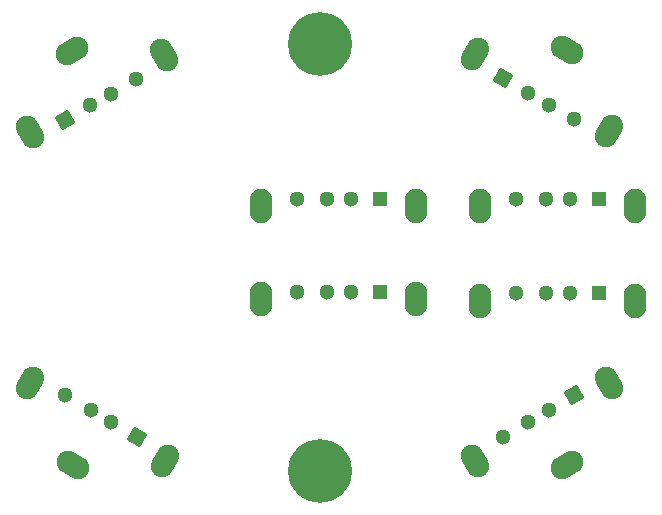
<source format=gbr>
G04 #@! TF.GenerationSoftware,KiCad,Pcbnew,6.0.2+dfsg-1*
G04 #@! TF.CreationDate,2022-06-20T22:27:53-04:00*
G04 #@! TF.ProjectId,RPI4_USB_WigleBottle_v2,52504934-5f55-4534-925f-5769676c6542,rev?*
G04 #@! TF.SameCoordinates,Original*
G04 #@! TF.FileFunction,Soldermask,Bot*
G04 #@! TF.FilePolarity,Negative*
%FSLAX46Y46*%
G04 Gerber Fmt 4.6, Leading zero omitted, Abs format (unit mm)*
G04 Created by KiCad (PCBNEW 6.0.2+dfsg-1) date 2022-06-20 22:27:53*
%MOMM*%
%LPD*%
G01*
G04 APERTURE LIST*
G04 Aperture macros list*
%AMHorizOval*
0 Thick line with rounded ends*
0 $1 width*
0 $2 $3 position (X,Y) of the first rounded end (center of the circle)*
0 $4 $5 position (X,Y) of the second rounded end (center of the circle)*
0 Add line between two ends*
20,1,$1,$2,$3,$4,$5,0*
0 Add two circle primitives to create the rounded ends*
1,1,$1,$2,$3*
1,1,$1,$4,$5*%
%AMRotRect*
0 Rectangle, with rotation*
0 The origin of the aperture is its center*
0 $1 length*
0 $2 width*
0 $3 Rotation angle, in degrees counterclockwise*
0 Add horizontal line*
21,1,$1,$2,0,0,$3*%
G04 Aperture macros list end*
%ADD10RotRect,1.300000X1.300000X30.000000*%
%ADD11C,1.300000*%
%ADD12HorizOval,1.900000X-0.250000X0.433013X0.250000X-0.433013X0*%
%ADD13HorizOval,1.900000X0.433013X0.250000X-0.433013X-0.250000X0*%
%ADD14RotRect,1.300000X1.300000X210.000000*%
%ADD15HorizOval,1.900000X-0.433013X-0.250000X0.433013X0.250000X0*%
%ADD16O,1.900000X2.900000*%
%ADD17R,1.300000X1.300000*%
%ADD18RotRect,1.300000X1.300000X150.000000*%
%ADD19HorizOval,1.900000X-0.433013X0.250000X0.433013X-0.250000X0*%
%ADD20HorizOval,1.900000X-0.250000X-0.433013X0.250000X0.433013X0*%
%ADD21HorizOval,1.900000X0.250000X0.433013X-0.250000X-0.433013X0*%
%ADD22RotRect,1.300000X1.300000X330.000000*%
%ADD23C,0.800000*%
%ADD24C,5.400000*%
G04 APERTURE END LIST*
D10*
X59487711Y-87403651D03*
D11*
X61652775Y-86153651D03*
X63384825Y-85153651D03*
X65549889Y-83903651D03*
D12*
X67908587Y-81849036D03*
D13*
X60128800Y-81514049D03*
D12*
X56529013Y-88419036D03*
D14*
X102615089Y-110687730D03*
D11*
X100450025Y-111937730D03*
X98717975Y-112937730D03*
X96552911Y-114187730D03*
D15*
X101974000Y-116577332D03*
D12*
X94194213Y-116242345D03*
X105573787Y-109672345D03*
D16*
X89247000Y-102549000D03*
X76107000Y-102549000D03*
D11*
X79177000Y-101949000D03*
X81677000Y-101949000D03*
X83677000Y-101949000D03*
D17*
X86177000Y-101949000D03*
X86177000Y-94075000D03*
D11*
X83677000Y-94075000D03*
X81677000Y-94075000D03*
X79177000Y-94075000D03*
D16*
X89247000Y-94675000D03*
X76107000Y-94675000D03*
D17*
X104719000Y-102076000D03*
D11*
X102219000Y-102076000D03*
X100219000Y-102076000D03*
X97719000Y-102076000D03*
D16*
X107789000Y-102676000D03*
X94649000Y-102676000D03*
D17*
X104719000Y-94075000D03*
D11*
X102219000Y-94075000D03*
X100219000Y-94075000D03*
X97719000Y-94075000D03*
D16*
X107789000Y-94675000D03*
X94649000Y-94675000D03*
D18*
X65589989Y-114187730D03*
D11*
X63424925Y-112937730D03*
X61692875Y-111937730D03*
X59527811Y-110687730D03*
D19*
X60168900Y-116577332D03*
D20*
X67948687Y-116242345D03*
D21*
X56569113Y-109672345D03*
D22*
X96563611Y-83830671D03*
D11*
X98728675Y-85080671D03*
X100460725Y-86080671D03*
X102625789Y-87330671D03*
D21*
X94204913Y-81776056D03*
D20*
X105584487Y-88346056D03*
D19*
X101984700Y-81441069D03*
D23*
X82559491Y-79543309D03*
X82559491Y-82407091D03*
X83152600Y-80975200D03*
X81127600Y-83000200D03*
X79102600Y-80975200D03*
X79695709Y-79543309D03*
D24*
X81127600Y-80975200D03*
D23*
X79695709Y-82407091D03*
X81127600Y-78950200D03*
X79644909Y-118525891D03*
X81076800Y-119119000D03*
X79051800Y-117094000D03*
X79644909Y-115662109D03*
X83101800Y-117094000D03*
X82508691Y-115662109D03*
D24*
X81076800Y-117094000D03*
D23*
X81076800Y-115069000D03*
X82508691Y-118525891D03*
M02*

</source>
